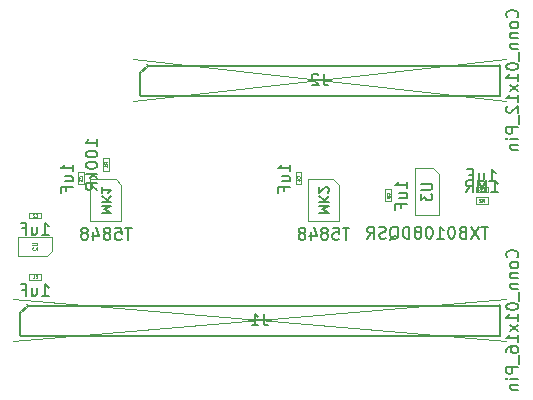
<source format=gbr>
%TF.GenerationSoftware,KiCad,Pcbnew,9.0.1*%
%TF.CreationDate,2025-07-30T00:23:41-04:00*%
%TF.ProjectId,T5848,54353834-382e-46b6-9963-61645f706362,rev?*%
%TF.SameCoordinates,Original*%
%TF.FileFunction,AssemblyDrawing,Bot*%
%FSLAX46Y46*%
G04 Gerber Fmt 4.6, Leading zero omitted, Abs format (unit mm)*
G04 Created by KiCad (PCBNEW 9.0.1) date 2025-07-30 00:23:41*
%MOMM*%
%LPD*%
G01*
G04 APERTURE LIST*
%ADD10C,0.150000*%
%ADD11C,0.040000*%
%ADD12C,0.130000*%
%ADD13C,0.060000*%
%ADD14C,0.100000*%
G04 APERTURE END LIST*
D10*
X164814819Y-104004761D02*
X164814819Y-103433333D01*
X164814819Y-103719047D02*
X163814819Y-103719047D01*
X163814819Y-103719047D02*
X163957676Y-103623809D01*
X163957676Y-103623809D02*
X164052914Y-103528571D01*
X164052914Y-103528571D02*
X164100533Y-103433333D01*
X164148152Y-104861904D02*
X164814819Y-104861904D01*
X164148152Y-104433333D02*
X164671961Y-104433333D01*
X164671961Y-104433333D02*
X164767200Y-104480952D01*
X164767200Y-104480952D02*
X164814819Y-104576190D01*
X164814819Y-104576190D02*
X164814819Y-104719047D01*
X164814819Y-104719047D02*
X164767200Y-104814285D01*
X164767200Y-104814285D02*
X164719580Y-104861904D01*
X164291009Y-105671428D02*
X164291009Y-105338095D01*
X164814819Y-105338095D02*
X163814819Y-105338095D01*
X163814819Y-105338095D02*
X163814819Y-105814285D01*
D11*
X163289765Y-104558333D02*
X163301670Y-104546429D01*
X163301670Y-104546429D02*
X163313574Y-104510714D01*
X163313574Y-104510714D02*
X163313574Y-104486905D01*
X163313574Y-104486905D02*
X163301670Y-104451191D01*
X163301670Y-104451191D02*
X163277860Y-104427381D01*
X163277860Y-104427381D02*
X163254050Y-104415476D01*
X163254050Y-104415476D02*
X163206431Y-104403572D01*
X163206431Y-104403572D02*
X163170717Y-104403572D01*
X163170717Y-104403572D02*
X163123098Y-104415476D01*
X163123098Y-104415476D02*
X163099289Y-104427381D01*
X163099289Y-104427381D02*
X163075479Y-104451191D01*
X163075479Y-104451191D02*
X163063574Y-104486905D01*
X163063574Y-104486905D02*
X163063574Y-104510714D01*
X163063574Y-104510714D02*
X163075479Y-104546429D01*
X163075479Y-104546429D02*
X163087384Y-104558333D01*
X163063574Y-104784524D02*
X163063574Y-104665476D01*
X163063574Y-104665476D02*
X163182622Y-104653572D01*
X163182622Y-104653572D02*
X163170717Y-104665476D01*
X163170717Y-104665476D02*
X163158812Y-104689286D01*
X163158812Y-104689286D02*
X163158812Y-104748810D01*
X163158812Y-104748810D02*
X163170717Y-104772619D01*
X163170717Y-104772619D02*
X163182622Y-104784524D01*
X163182622Y-104784524D02*
X163206431Y-104796429D01*
X163206431Y-104796429D02*
X163265955Y-104796429D01*
X163265955Y-104796429D02*
X163289765Y-104784524D01*
X163289765Y-104784524D02*
X163301670Y-104772619D01*
X163301670Y-104772619D02*
X163313574Y-104748810D01*
X163313574Y-104748810D02*
X163313574Y-104689286D01*
X163313574Y-104689286D02*
X163301670Y-104665476D01*
X163301670Y-104665476D02*
X163289765Y-104653572D01*
D10*
X154894819Y-102564761D02*
X154894819Y-101993333D01*
X154894819Y-102279047D02*
X153894819Y-102279047D01*
X153894819Y-102279047D02*
X154037676Y-102183809D01*
X154037676Y-102183809D02*
X154132914Y-102088571D01*
X154132914Y-102088571D02*
X154180533Y-101993333D01*
X154228152Y-103421904D02*
X154894819Y-103421904D01*
X154228152Y-102993333D02*
X154751961Y-102993333D01*
X154751961Y-102993333D02*
X154847200Y-103040952D01*
X154847200Y-103040952D02*
X154894819Y-103136190D01*
X154894819Y-103136190D02*
X154894819Y-103279047D01*
X154894819Y-103279047D02*
X154847200Y-103374285D01*
X154847200Y-103374285D02*
X154799580Y-103421904D01*
X154371009Y-104231428D02*
X154371009Y-103898095D01*
X154894819Y-103898095D02*
X153894819Y-103898095D01*
X153894819Y-103898095D02*
X153894819Y-104374285D01*
D11*
X155689765Y-103118333D02*
X155701670Y-103106429D01*
X155701670Y-103106429D02*
X155713574Y-103070714D01*
X155713574Y-103070714D02*
X155713574Y-103046905D01*
X155713574Y-103046905D02*
X155701670Y-103011191D01*
X155701670Y-103011191D02*
X155677860Y-102987381D01*
X155677860Y-102987381D02*
X155654050Y-102975476D01*
X155654050Y-102975476D02*
X155606431Y-102963572D01*
X155606431Y-102963572D02*
X155570717Y-102963572D01*
X155570717Y-102963572D02*
X155523098Y-102975476D01*
X155523098Y-102975476D02*
X155499289Y-102987381D01*
X155499289Y-102987381D02*
X155475479Y-103011191D01*
X155475479Y-103011191D02*
X155463574Y-103046905D01*
X155463574Y-103046905D02*
X155463574Y-103070714D01*
X155463574Y-103070714D02*
X155475479Y-103106429D01*
X155475479Y-103106429D02*
X155487384Y-103118333D01*
X155546908Y-103332619D02*
X155713574Y-103332619D01*
X155451670Y-103273095D02*
X155630241Y-103213572D01*
X155630241Y-103213572D02*
X155630241Y-103368333D01*
D10*
X136474819Y-102564761D02*
X136474819Y-101993333D01*
X136474819Y-102279047D02*
X135474819Y-102279047D01*
X135474819Y-102279047D02*
X135617676Y-102183809D01*
X135617676Y-102183809D02*
X135712914Y-102088571D01*
X135712914Y-102088571D02*
X135760533Y-101993333D01*
X135808152Y-103421904D02*
X136474819Y-103421904D01*
X135808152Y-102993333D02*
X136331961Y-102993333D01*
X136331961Y-102993333D02*
X136427200Y-103040952D01*
X136427200Y-103040952D02*
X136474819Y-103136190D01*
X136474819Y-103136190D02*
X136474819Y-103279047D01*
X136474819Y-103279047D02*
X136427200Y-103374285D01*
X136427200Y-103374285D02*
X136379580Y-103421904D01*
X135951009Y-104231428D02*
X135951009Y-103898095D01*
X136474819Y-103898095D02*
X135474819Y-103898095D01*
X135474819Y-103898095D02*
X135474819Y-104374285D01*
D11*
X137269765Y-103118333D02*
X137281670Y-103106429D01*
X137281670Y-103106429D02*
X137293574Y-103070714D01*
X137293574Y-103070714D02*
X137293574Y-103046905D01*
X137293574Y-103046905D02*
X137281670Y-103011191D01*
X137281670Y-103011191D02*
X137257860Y-102987381D01*
X137257860Y-102987381D02*
X137234050Y-102975476D01*
X137234050Y-102975476D02*
X137186431Y-102963572D01*
X137186431Y-102963572D02*
X137150717Y-102963572D01*
X137150717Y-102963572D02*
X137103098Y-102975476D01*
X137103098Y-102975476D02*
X137079289Y-102987381D01*
X137079289Y-102987381D02*
X137055479Y-103011191D01*
X137055479Y-103011191D02*
X137043574Y-103046905D01*
X137043574Y-103046905D02*
X137043574Y-103070714D01*
X137043574Y-103070714D02*
X137055479Y-103106429D01*
X137055479Y-103106429D02*
X137067384Y-103118333D01*
X137043574Y-103201667D02*
X137043574Y-103356429D01*
X137043574Y-103356429D02*
X137138812Y-103273095D01*
X137138812Y-103273095D02*
X137138812Y-103308810D01*
X137138812Y-103308810D02*
X137150717Y-103332619D01*
X137150717Y-103332619D02*
X137162622Y-103344524D01*
X137162622Y-103344524D02*
X137186431Y-103356429D01*
X137186431Y-103356429D02*
X137245955Y-103356429D01*
X137245955Y-103356429D02*
X137269765Y-103344524D01*
X137269765Y-103344524D02*
X137281670Y-103332619D01*
X137281670Y-103332619D02*
X137293574Y-103308810D01*
X137293574Y-103308810D02*
X137293574Y-103237381D01*
X137293574Y-103237381D02*
X137281670Y-103213572D01*
X137281670Y-103213572D02*
X137269765Y-103201667D01*
D10*
X159900475Y-107354819D02*
X159329047Y-107354819D01*
X159614761Y-108354819D02*
X159614761Y-107354819D01*
X158519523Y-107354819D02*
X158995713Y-107354819D01*
X158995713Y-107354819D02*
X159043332Y-107831009D01*
X159043332Y-107831009D02*
X158995713Y-107783390D01*
X158995713Y-107783390D02*
X158900475Y-107735771D01*
X158900475Y-107735771D02*
X158662380Y-107735771D01*
X158662380Y-107735771D02*
X158567142Y-107783390D01*
X158567142Y-107783390D02*
X158519523Y-107831009D01*
X158519523Y-107831009D02*
X158471904Y-107926247D01*
X158471904Y-107926247D02*
X158471904Y-108164342D01*
X158471904Y-108164342D02*
X158519523Y-108259580D01*
X158519523Y-108259580D02*
X158567142Y-108307200D01*
X158567142Y-108307200D02*
X158662380Y-108354819D01*
X158662380Y-108354819D02*
X158900475Y-108354819D01*
X158900475Y-108354819D02*
X158995713Y-108307200D01*
X158995713Y-108307200D02*
X159043332Y-108259580D01*
X157900475Y-107783390D02*
X157995713Y-107735771D01*
X157995713Y-107735771D02*
X158043332Y-107688152D01*
X158043332Y-107688152D02*
X158090951Y-107592914D01*
X158090951Y-107592914D02*
X158090951Y-107545295D01*
X158090951Y-107545295D02*
X158043332Y-107450057D01*
X158043332Y-107450057D02*
X157995713Y-107402438D01*
X157995713Y-107402438D02*
X157900475Y-107354819D01*
X157900475Y-107354819D02*
X157709999Y-107354819D01*
X157709999Y-107354819D02*
X157614761Y-107402438D01*
X157614761Y-107402438D02*
X157567142Y-107450057D01*
X157567142Y-107450057D02*
X157519523Y-107545295D01*
X157519523Y-107545295D02*
X157519523Y-107592914D01*
X157519523Y-107592914D02*
X157567142Y-107688152D01*
X157567142Y-107688152D02*
X157614761Y-107735771D01*
X157614761Y-107735771D02*
X157709999Y-107783390D01*
X157709999Y-107783390D02*
X157900475Y-107783390D01*
X157900475Y-107783390D02*
X157995713Y-107831009D01*
X157995713Y-107831009D02*
X158043332Y-107878628D01*
X158043332Y-107878628D02*
X158090951Y-107973866D01*
X158090951Y-107973866D02*
X158090951Y-108164342D01*
X158090951Y-108164342D02*
X158043332Y-108259580D01*
X158043332Y-108259580D02*
X157995713Y-108307200D01*
X157995713Y-108307200D02*
X157900475Y-108354819D01*
X157900475Y-108354819D02*
X157709999Y-108354819D01*
X157709999Y-108354819D02*
X157614761Y-108307200D01*
X157614761Y-108307200D02*
X157567142Y-108259580D01*
X157567142Y-108259580D02*
X157519523Y-108164342D01*
X157519523Y-108164342D02*
X157519523Y-107973866D01*
X157519523Y-107973866D02*
X157567142Y-107878628D01*
X157567142Y-107878628D02*
X157614761Y-107831009D01*
X157614761Y-107831009D02*
X157709999Y-107783390D01*
X156662380Y-107688152D02*
X156662380Y-108354819D01*
X156900475Y-107307200D02*
X157138570Y-108021485D01*
X157138570Y-108021485D02*
X156519523Y-108021485D01*
X155995713Y-107783390D02*
X156090951Y-107735771D01*
X156090951Y-107735771D02*
X156138570Y-107688152D01*
X156138570Y-107688152D02*
X156186189Y-107592914D01*
X156186189Y-107592914D02*
X156186189Y-107545295D01*
X156186189Y-107545295D02*
X156138570Y-107450057D01*
X156138570Y-107450057D02*
X156090951Y-107402438D01*
X156090951Y-107402438D02*
X155995713Y-107354819D01*
X155995713Y-107354819D02*
X155805237Y-107354819D01*
X155805237Y-107354819D02*
X155709999Y-107402438D01*
X155709999Y-107402438D02*
X155662380Y-107450057D01*
X155662380Y-107450057D02*
X155614761Y-107545295D01*
X155614761Y-107545295D02*
X155614761Y-107592914D01*
X155614761Y-107592914D02*
X155662380Y-107688152D01*
X155662380Y-107688152D02*
X155709999Y-107735771D01*
X155709999Y-107735771D02*
X155805237Y-107783390D01*
X155805237Y-107783390D02*
X155995713Y-107783390D01*
X155995713Y-107783390D02*
X156090951Y-107831009D01*
X156090951Y-107831009D02*
X156138570Y-107878628D01*
X156138570Y-107878628D02*
X156186189Y-107973866D01*
X156186189Y-107973866D02*
X156186189Y-108164342D01*
X156186189Y-108164342D02*
X156138570Y-108259580D01*
X156138570Y-108259580D02*
X156090951Y-108307200D01*
X156090951Y-108307200D02*
X155995713Y-108354819D01*
X155995713Y-108354819D02*
X155805237Y-108354819D01*
X155805237Y-108354819D02*
X155709999Y-108307200D01*
X155709999Y-108307200D02*
X155662380Y-108259580D01*
X155662380Y-108259580D02*
X155614761Y-108164342D01*
X155614761Y-108164342D02*
X155614761Y-107973866D01*
X155614761Y-107973866D02*
X155662380Y-107878628D01*
X155662380Y-107878628D02*
X155709999Y-107831009D01*
X155709999Y-107831009D02*
X155805237Y-107783390D01*
D12*
X157346664Y-106057618D02*
X158146664Y-106057618D01*
X158146664Y-106057618D02*
X157575236Y-105790952D01*
X157575236Y-105790952D02*
X158146664Y-105524285D01*
X158146664Y-105524285D02*
X157346664Y-105524285D01*
X157346664Y-105143332D02*
X158146664Y-105143332D01*
X157346664Y-104686189D02*
X157803807Y-105029047D01*
X158146664Y-104686189D02*
X157689521Y-105143332D01*
X158070474Y-104381428D02*
X158108569Y-104343332D01*
X158108569Y-104343332D02*
X158146664Y-104267142D01*
X158146664Y-104267142D02*
X158146664Y-104076666D01*
X158146664Y-104076666D02*
X158108569Y-104000475D01*
X158108569Y-104000475D02*
X158070474Y-103962380D01*
X158070474Y-103962380D02*
X157994283Y-103924285D01*
X157994283Y-103924285D02*
X157918093Y-103924285D01*
X157918093Y-103924285D02*
X157803807Y-103962380D01*
X157803807Y-103962380D02*
X157346664Y-104419523D01*
X157346664Y-104419523D02*
X157346664Y-103924285D01*
D10*
X171915714Y-104314819D02*
X172487142Y-104314819D01*
X172201428Y-104314819D02*
X172201428Y-103314819D01*
X172201428Y-103314819D02*
X172296666Y-103457676D01*
X172296666Y-103457676D02*
X172391904Y-103552914D01*
X172391904Y-103552914D02*
X172487142Y-103600533D01*
X171487142Y-104314819D02*
X171487142Y-103314819D01*
X171487142Y-103314819D02*
X171153809Y-104029104D01*
X171153809Y-104029104D02*
X170820476Y-103314819D01*
X170820476Y-103314819D02*
X170820476Y-104314819D01*
X169772857Y-104314819D02*
X170106190Y-103838628D01*
X170344285Y-104314819D02*
X170344285Y-103314819D01*
X170344285Y-103314819D02*
X169963333Y-103314819D01*
X169963333Y-103314819D02*
X169868095Y-103362438D01*
X169868095Y-103362438D02*
X169820476Y-103410057D01*
X169820476Y-103410057D02*
X169772857Y-103505295D01*
X169772857Y-103505295D02*
X169772857Y-103648152D01*
X169772857Y-103648152D02*
X169820476Y-103743390D01*
X169820476Y-103743390D02*
X169868095Y-103791009D01*
X169868095Y-103791009D02*
X169963333Y-103838628D01*
X169963333Y-103838628D02*
X170344285Y-103838628D01*
D11*
X171173332Y-105148200D02*
X171259999Y-105024391D01*
X171321904Y-105148200D02*
X171321904Y-104888200D01*
X171321904Y-104888200D02*
X171222856Y-104888200D01*
X171222856Y-104888200D02*
X171198094Y-104900581D01*
X171198094Y-104900581D02*
X171185713Y-104912962D01*
X171185713Y-104912962D02*
X171173332Y-104937724D01*
X171173332Y-104937724D02*
X171173332Y-104974867D01*
X171173332Y-104974867D02*
X171185713Y-104999629D01*
X171185713Y-104999629D02*
X171198094Y-105012010D01*
X171198094Y-105012010D02*
X171222856Y-105024391D01*
X171222856Y-105024391D02*
X171321904Y-105024391D01*
X171074285Y-104912962D02*
X171061904Y-104900581D01*
X171061904Y-104900581D02*
X171037142Y-104888200D01*
X171037142Y-104888200D02*
X170975237Y-104888200D01*
X170975237Y-104888200D02*
X170950475Y-104900581D01*
X170950475Y-104900581D02*
X170938094Y-104912962D01*
X170938094Y-104912962D02*
X170925713Y-104937724D01*
X170925713Y-104937724D02*
X170925713Y-104962486D01*
X170925713Y-104962486D02*
X170938094Y-104999629D01*
X170938094Y-104999629D02*
X171086666Y-105148200D01*
X171086666Y-105148200D02*
X170925713Y-105148200D01*
D10*
X174099579Y-109850475D02*
X174147199Y-109802856D01*
X174147199Y-109802856D02*
X174194818Y-109659999D01*
X174194818Y-109659999D02*
X174194818Y-109564761D01*
X174194818Y-109564761D02*
X174147199Y-109421904D01*
X174147199Y-109421904D02*
X174051960Y-109326666D01*
X174051960Y-109326666D02*
X173956722Y-109279047D01*
X173956722Y-109279047D02*
X173766246Y-109231428D01*
X173766246Y-109231428D02*
X173623389Y-109231428D01*
X173623389Y-109231428D02*
X173432913Y-109279047D01*
X173432913Y-109279047D02*
X173337675Y-109326666D01*
X173337675Y-109326666D02*
X173242437Y-109421904D01*
X173242437Y-109421904D02*
X173194818Y-109564761D01*
X173194818Y-109564761D02*
X173194818Y-109659999D01*
X173194818Y-109659999D02*
X173242437Y-109802856D01*
X173242437Y-109802856D02*
X173290056Y-109850475D01*
X174194818Y-110421904D02*
X174147199Y-110326666D01*
X174147199Y-110326666D02*
X174099579Y-110279047D01*
X174099579Y-110279047D02*
X174004341Y-110231428D01*
X174004341Y-110231428D02*
X173718627Y-110231428D01*
X173718627Y-110231428D02*
X173623389Y-110279047D01*
X173623389Y-110279047D02*
X173575770Y-110326666D01*
X173575770Y-110326666D02*
X173528151Y-110421904D01*
X173528151Y-110421904D02*
X173528151Y-110564761D01*
X173528151Y-110564761D02*
X173575770Y-110659999D01*
X173575770Y-110659999D02*
X173623389Y-110707618D01*
X173623389Y-110707618D02*
X173718627Y-110755237D01*
X173718627Y-110755237D02*
X174004341Y-110755237D01*
X174004341Y-110755237D02*
X174099579Y-110707618D01*
X174099579Y-110707618D02*
X174147199Y-110659999D01*
X174147199Y-110659999D02*
X174194818Y-110564761D01*
X174194818Y-110564761D02*
X174194818Y-110421904D01*
X173528151Y-111183809D02*
X174194818Y-111183809D01*
X173623389Y-111183809D02*
X173575770Y-111231428D01*
X173575770Y-111231428D02*
X173528151Y-111326666D01*
X173528151Y-111326666D02*
X173528151Y-111469523D01*
X173528151Y-111469523D02*
X173575770Y-111564761D01*
X173575770Y-111564761D02*
X173671008Y-111612380D01*
X173671008Y-111612380D02*
X174194818Y-111612380D01*
X173528151Y-112088571D02*
X174194818Y-112088571D01*
X173623389Y-112088571D02*
X173575770Y-112136190D01*
X173575770Y-112136190D02*
X173528151Y-112231428D01*
X173528151Y-112231428D02*
X173528151Y-112374285D01*
X173528151Y-112374285D02*
X173575770Y-112469523D01*
X173575770Y-112469523D02*
X173671008Y-112517142D01*
X173671008Y-112517142D02*
X174194818Y-112517142D01*
X174290056Y-112755238D02*
X174290056Y-113517142D01*
X173194818Y-113945714D02*
X173194818Y-114040952D01*
X173194818Y-114040952D02*
X173242437Y-114136190D01*
X173242437Y-114136190D02*
X173290056Y-114183809D01*
X173290056Y-114183809D02*
X173385294Y-114231428D01*
X173385294Y-114231428D02*
X173575770Y-114279047D01*
X173575770Y-114279047D02*
X173813865Y-114279047D01*
X173813865Y-114279047D02*
X174004341Y-114231428D01*
X174004341Y-114231428D02*
X174099579Y-114183809D01*
X174099579Y-114183809D02*
X174147199Y-114136190D01*
X174147199Y-114136190D02*
X174194818Y-114040952D01*
X174194818Y-114040952D02*
X174194818Y-113945714D01*
X174194818Y-113945714D02*
X174147199Y-113850476D01*
X174147199Y-113850476D02*
X174099579Y-113802857D01*
X174099579Y-113802857D02*
X174004341Y-113755238D01*
X174004341Y-113755238D02*
X173813865Y-113707619D01*
X173813865Y-113707619D02*
X173575770Y-113707619D01*
X173575770Y-113707619D02*
X173385294Y-113755238D01*
X173385294Y-113755238D02*
X173290056Y-113802857D01*
X173290056Y-113802857D02*
X173242437Y-113850476D01*
X173242437Y-113850476D02*
X173194818Y-113945714D01*
X174194818Y-115231428D02*
X174194818Y-114660000D01*
X174194818Y-114945714D02*
X173194818Y-114945714D01*
X173194818Y-114945714D02*
X173337675Y-114850476D01*
X173337675Y-114850476D02*
X173432913Y-114755238D01*
X173432913Y-114755238D02*
X173480532Y-114660000D01*
X174194818Y-115564762D02*
X173528151Y-116088571D01*
X173528151Y-115564762D02*
X174194818Y-116088571D01*
X174194818Y-116993333D02*
X174194818Y-116421905D01*
X174194818Y-116707619D02*
X173194818Y-116707619D01*
X173194818Y-116707619D02*
X173337675Y-116612381D01*
X173337675Y-116612381D02*
X173432913Y-116517143D01*
X173432913Y-116517143D02*
X173480532Y-116421905D01*
X173194818Y-117850476D02*
X173194818Y-117660000D01*
X173194818Y-117660000D02*
X173242437Y-117564762D01*
X173242437Y-117564762D02*
X173290056Y-117517143D01*
X173290056Y-117517143D02*
X173432913Y-117421905D01*
X173432913Y-117421905D02*
X173623389Y-117374286D01*
X173623389Y-117374286D02*
X174004341Y-117374286D01*
X174004341Y-117374286D02*
X174099579Y-117421905D01*
X174099579Y-117421905D02*
X174147199Y-117469524D01*
X174147199Y-117469524D02*
X174194818Y-117564762D01*
X174194818Y-117564762D02*
X174194818Y-117755238D01*
X174194818Y-117755238D02*
X174147199Y-117850476D01*
X174147199Y-117850476D02*
X174099579Y-117898095D01*
X174099579Y-117898095D02*
X174004341Y-117945714D01*
X174004341Y-117945714D02*
X173766246Y-117945714D01*
X173766246Y-117945714D02*
X173671008Y-117898095D01*
X173671008Y-117898095D02*
X173623389Y-117850476D01*
X173623389Y-117850476D02*
X173575770Y-117755238D01*
X173575770Y-117755238D02*
X173575770Y-117564762D01*
X173575770Y-117564762D02*
X173623389Y-117469524D01*
X173623389Y-117469524D02*
X173671008Y-117421905D01*
X173671008Y-117421905D02*
X173766246Y-117374286D01*
X174290056Y-118136191D02*
X174290056Y-118898095D01*
X174194818Y-119136191D02*
X173194818Y-119136191D01*
X173194818Y-119136191D02*
X173194818Y-119517143D01*
X173194818Y-119517143D02*
X173242437Y-119612381D01*
X173242437Y-119612381D02*
X173290056Y-119660000D01*
X173290056Y-119660000D02*
X173385294Y-119707619D01*
X173385294Y-119707619D02*
X173528151Y-119707619D01*
X173528151Y-119707619D02*
X173623389Y-119660000D01*
X173623389Y-119660000D02*
X173671008Y-119612381D01*
X173671008Y-119612381D02*
X173718627Y-119517143D01*
X173718627Y-119517143D02*
X173718627Y-119136191D01*
X174194818Y-120136191D02*
X173528151Y-120136191D01*
X173194818Y-120136191D02*
X173242437Y-120088572D01*
X173242437Y-120088572D02*
X173290056Y-120136191D01*
X173290056Y-120136191D02*
X173242437Y-120183810D01*
X173242437Y-120183810D02*
X173194818Y-120136191D01*
X173194818Y-120136191D02*
X173290056Y-120136191D01*
X173528151Y-120612381D02*
X174194818Y-120612381D01*
X173623389Y-120612381D02*
X173575770Y-120660000D01*
X173575770Y-120660000D02*
X173528151Y-120755238D01*
X173528151Y-120755238D02*
X173528151Y-120898095D01*
X173528151Y-120898095D02*
X173575770Y-120993333D01*
X173575770Y-120993333D02*
X173671008Y-121040952D01*
X173671008Y-121040952D02*
X174194818Y-121040952D01*
X152643333Y-114614819D02*
X152643333Y-115329104D01*
X152643333Y-115329104D02*
X152690952Y-115471961D01*
X152690952Y-115471961D02*
X152786190Y-115567200D01*
X152786190Y-115567200D02*
X152929047Y-115614819D01*
X152929047Y-115614819D02*
X153024285Y-115614819D01*
X151643333Y-115614819D02*
X152214761Y-115614819D01*
X151929047Y-115614819D02*
X151929047Y-114614819D01*
X151929047Y-114614819D02*
X152024285Y-114757676D01*
X152024285Y-114757676D02*
X152119523Y-114852914D01*
X152119523Y-114852914D02*
X152214761Y-114900533D01*
X151424042Y-115115532D02*
X153243576Y-115115532D01*
X133895238Y-107914819D02*
X134466666Y-107914819D01*
X134180952Y-107914819D02*
X134180952Y-106914819D01*
X134180952Y-106914819D02*
X134276190Y-107057676D01*
X134276190Y-107057676D02*
X134371428Y-107152914D01*
X134371428Y-107152914D02*
X134466666Y-107200533D01*
X133038095Y-107248152D02*
X133038095Y-107914819D01*
X133466666Y-107248152D02*
X133466666Y-107771961D01*
X133466666Y-107771961D02*
X133419047Y-107867200D01*
X133419047Y-107867200D02*
X133323809Y-107914819D01*
X133323809Y-107914819D02*
X133180952Y-107914819D01*
X133180952Y-107914819D02*
X133085714Y-107867200D01*
X133085714Y-107867200D02*
X133038095Y-107819580D01*
X132228571Y-107391009D02*
X132561904Y-107391009D01*
X132561904Y-107914819D02*
X132561904Y-106914819D01*
X132561904Y-106914819D02*
X132085714Y-106914819D01*
D11*
X133341666Y-106389765D02*
X133353570Y-106401670D01*
X133353570Y-106401670D02*
X133389285Y-106413574D01*
X133389285Y-106413574D02*
X133413094Y-106413574D01*
X133413094Y-106413574D02*
X133448808Y-106401670D01*
X133448808Y-106401670D02*
X133472618Y-106377860D01*
X133472618Y-106377860D02*
X133484523Y-106354050D01*
X133484523Y-106354050D02*
X133496427Y-106306431D01*
X133496427Y-106306431D02*
X133496427Y-106270717D01*
X133496427Y-106270717D02*
X133484523Y-106223098D01*
X133484523Y-106223098D02*
X133472618Y-106199289D01*
X133472618Y-106199289D02*
X133448808Y-106175479D01*
X133448808Y-106175479D02*
X133413094Y-106163574D01*
X133413094Y-106163574D02*
X133389285Y-106163574D01*
X133389285Y-106163574D02*
X133353570Y-106175479D01*
X133353570Y-106175479D02*
X133341666Y-106187384D01*
X133246427Y-106187384D02*
X133234523Y-106175479D01*
X133234523Y-106175479D02*
X133210713Y-106163574D01*
X133210713Y-106163574D02*
X133151189Y-106163574D01*
X133151189Y-106163574D02*
X133127380Y-106175479D01*
X133127380Y-106175479D02*
X133115475Y-106187384D01*
X133115475Y-106187384D02*
X133103570Y-106211193D01*
X133103570Y-106211193D02*
X133103570Y-106235003D01*
X133103570Y-106235003D02*
X133115475Y-106270717D01*
X133115475Y-106270717D02*
X133258332Y-106413574D01*
X133258332Y-106413574D02*
X133103570Y-106413574D01*
D10*
X138584819Y-100428571D02*
X138584819Y-99857143D01*
X138584819Y-100142857D02*
X137584819Y-100142857D01*
X137584819Y-100142857D02*
X137727676Y-100047619D01*
X137727676Y-100047619D02*
X137822914Y-99952381D01*
X137822914Y-99952381D02*
X137870533Y-99857143D01*
X137584819Y-101047619D02*
X137584819Y-101142857D01*
X137584819Y-101142857D02*
X137632438Y-101238095D01*
X137632438Y-101238095D02*
X137680057Y-101285714D01*
X137680057Y-101285714D02*
X137775295Y-101333333D01*
X137775295Y-101333333D02*
X137965771Y-101380952D01*
X137965771Y-101380952D02*
X138203866Y-101380952D01*
X138203866Y-101380952D02*
X138394342Y-101333333D01*
X138394342Y-101333333D02*
X138489580Y-101285714D01*
X138489580Y-101285714D02*
X138537200Y-101238095D01*
X138537200Y-101238095D02*
X138584819Y-101142857D01*
X138584819Y-101142857D02*
X138584819Y-101047619D01*
X138584819Y-101047619D02*
X138537200Y-100952381D01*
X138537200Y-100952381D02*
X138489580Y-100904762D01*
X138489580Y-100904762D02*
X138394342Y-100857143D01*
X138394342Y-100857143D02*
X138203866Y-100809524D01*
X138203866Y-100809524D02*
X137965771Y-100809524D01*
X137965771Y-100809524D02*
X137775295Y-100857143D01*
X137775295Y-100857143D02*
X137680057Y-100904762D01*
X137680057Y-100904762D02*
X137632438Y-100952381D01*
X137632438Y-100952381D02*
X137584819Y-101047619D01*
X137584819Y-102000000D02*
X137584819Y-102095238D01*
X137584819Y-102095238D02*
X137632438Y-102190476D01*
X137632438Y-102190476D02*
X137680057Y-102238095D01*
X137680057Y-102238095D02*
X137775295Y-102285714D01*
X137775295Y-102285714D02*
X137965771Y-102333333D01*
X137965771Y-102333333D02*
X138203866Y-102333333D01*
X138203866Y-102333333D02*
X138394342Y-102285714D01*
X138394342Y-102285714D02*
X138489580Y-102238095D01*
X138489580Y-102238095D02*
X138537200Y-102190476D01*
X138537200Y-102190476D02*
X138584819Y-102095238D01*
X138584819Y-102095238D02*
X138584819Y-102000000D01*
X138584819Y-102000000D02*
X138537200Y-101904762D01*
X138537200Y-101904762D02*
X138489580Y-101857143D01*
X138489580Y-101857143D02*
X138394342Y-101809524D01*
X138394342Y-101809524D02*
X138203866Y-101761905D01*
X138203866Y-101761905D02*
X137965771Y-101761905D01*
X137965771Y-101761905D02*
X137775295Y-101809524D01*
X137775295Y-101809524D02*
X137680057Y-101857143D01*
X137680057Y-101857143D02*
X137632438Y-101904762D01*
X137632438Y-101904762D02*
X137584819Y-102000000D01*
X138584819Y-102761905D02*
X137584819Y-102761905D01*
X138203866Y-102857143D02*
X138584819Y-103142857D01*
X137918152Y-103142857D02*
X138299104Y-102761905D01*
X138584819Y-104142857D02*
X138108628Y-103809524D01*
X138584819Y-103571429D02*
X137584819Y-103571429D01*
X137584819Y-103571429D02*
X137584819Y-103952381D01*
X137584819Y-103952381D02*
X137632438Y-104047619D01*
X137632438Y-104047619D02*
X137680057Y-104095238D01*
X137680057Y-104095238D02*
X137775295Y-104142857D01*
X137775295Y-104142857D02*
X137918152Y-104142857D01*
X137918152Y-104142857D02*
X138013390Y-104095238D01*
X138013390Y-104095238D02*
X138061009Y-104047619D01*
X138061009Y-104047619D02*
X138108628Y-103952381D01*
X138108628Y-103952381D02*
X138108628Y-103571429D01*
D11*
X139418200Y-101956667D02*
X139294391Y-101870000D01*
X139418200Y-101808095D02*
X139158200Y-101808095D01*
X139158200Y-101808095D02*
X139158200Y-101907143D01*
X139158200Y-101907143D02*
X139170581Y-101931905D01*
X139170581Y-101931905D02*
X139182962Y-101944286D01*
X139182962Y-101944286D02*
X139207724Y-101956667D01*
X139207724Y-101956667D02*
X139244867Y-101956667D01*
X139244867Y-101956667D02*
X139269629Y-101944286D01*
X139269629Y-101944286D02*
X139282010Y-101931905D01*
X139282010Y-101931905D02*
X139294391Y-101907143D01*
X139294391Y-101907143D02*
X139294391Y-101808095D01*
X139418200Y-102204286D02*
X139418200Y-102055714D01*
X139418200Y-102130000D02*
X139158200Y-102130000D01*
X139158200Y-102130000D02*
X139195343Y-102105238D01*
X139195343Y-102105238D02*
X139220105Y-102080476D01*
X139220105Y-102080476D02*
X139232486Y-102055714D01*
D13*
X133081927Y-108595238D02*
X133405737Y-108595238D01*
X133405737Y-108595238D02*
X133443832Y-108614285D01*
X133443832Y-108614285D02*
X133462880Y-108633333D01*
X133462880Y-108633333D02*
X133481927Y-108671428D01*
X133481927Y-108671428D02*
X133481927Y-108747619D01*
X133481927Y-108747619D02*
X133462880Y-108785714D01*
X133462880Y-108785714D02*
X133443832Y-108804761D01*
X133443832Y-108804761D02*
X133405737Y-108823809D01*
X133405737Y-108823809D02*
X133081927Y-108823809D01*
X133120022Y-108995238D02*
X133100975Y-109014286D01*
X133100975Y-109014286D02*
X133081927Y-109052381D01*
X133081927Y-109052381D02*
X133081927Y-109147619D01*
X133081927Y-109147619D02*
X133100975Y-109185714D01*
X133100975Y-109185714D02*
X133120022Y-109204762D01*
X133120022Y-109204762D02*
X133158118Y-109223809D01*
X133158118Y-109223809D02*
X133196213Y-109223809D01*
X133196213Y-109223809D02*
X133253356Y-109204762D01*
X133253356Y-109204762D02*
X133481927Y-108976190D01*
X133481927Y-108976190D02*
X133481927Y-109223809D01*
D10*
X133895238Y-113114819D02*
X134466666Y-113114819D01*
X134180952Y-113114819D02*
X134180952Y-112114819D01*
X134180952Y-112114819D02*
X134276190Y-112257676D01*
X134276190Y-112257676D02*
X134371428Y-112352914D01*
X134371428Y-112352914D02*
X134466666Y-112400533D01*
X133038095Y-112448152D02*
X133038095Y-113114819D01*
X133466666Y-112448152D02*
X133466666Y-112971961D01*
X133466666Y-112971961D02*
X133419047Y-113067200D01*
X133419047Y-113067200D02*
X133323809Y-113114819D01*
X133323809Y-113114819D02*
X133180952Y-113114819D01*
X133180952Y-113114819D02*
X133085714Y-113067200D01*
X133085714Y-113067200D02*
X133038095Y-113019580D01*
X132228571Y-112591009D02*
X132561904Y-112591009D01*
X132561904Y-113114819D02*
X132561904Y-112114819D01*
X132561904Y-112114819D02*
X132085714Y-112114819D01*
D11*
X133341666Y-111589765D02*
X133353570Y-111601670D01*
X133353570Y-111601670D02*
X133389285Y-111613574D01*
X133389285Y-111613574D02*
X133413094Y-111613574D01*
X133413094Y-111613574D02*
X133448808Y-111601670D01*
X133448808Y-111601670D02*
X133472618Y-111577860D01*
X133472618Y-111577860D02*
X133484523Y-111554050D01*
X133484523Y-111554050D02*
X133496427Y-111506431D01*
X133496427Y-111506431D02*
X133496427Y-111470717D01*
X133496427Y-111470717D02*
X133484523Y-111423098D01*
X133484523Y-111423098D02*
X133472618Y-111399289D01*
X133472618Y-111399289D02*
X133448808Y-111375479D01*
X133448808Y-111375479D02*
X133413094Y-111363574D01*
X133413094Y-111363574D02*
X133389285Y-111363574D01*
X133389285Y-111363574D02*
X133353570Y-111375479D01*
X133353570Y-111375479D02*
X133341666Y-111387384D01*
X133103570Y-111613574D02*
X133246427Y-111613574D01*
X133174999Y-111613574D02*
X133174999Y-111363574D01*
X133174999Y-111363574D02*
X133198808Y-111399289D01*
X133198808Y-111399289D02*
X133222618Y-111423098D01*
X133222618Y-111423098D02*
X133246427Y-111435003D01*
D10*
X171666666Y-107254819D02*
X171095238Y-107254819D01*
X171380952Y-108254819D02*
X171380952Y-107254819D01*
X170857142Y-107254819D02*
X170190476Y-108254819D01*
X170190476Y-107254819D02*
X170857142Y-108254819D01*
X169476190Y-107731009D02*
X169333333Y-107778628D01*
X169333333Y-107778628D02*
X169285714Y-107826247D01*
X169285714Y-107826247D02*
X169238095Y-107921485D01*
X169238095Y-107921485D02*
X169238095Y-108064342D01*
X169238095Y-108064342D02*
X169285714Y-108159580D01*
X169285714Y-108159580D02*
X169333333Y-108207200D01*
X169333333Y-108207200D02*
X169428571Y-108254819D01*
X169428571Y-108254819D02*
X169809523Y-108254819D01*
X169809523Y-108254819D02*
X169809523Y-107254819D01*
X169809523Y-107254819D02*
X169476190Y-107254819D01*
X169476190Y-107254819D02*
X169380952Y-107302438D01*
X169380952Y-107302438D02*
X169333333Y-107350057D01*
X169333333Y-107350057D02*
X169285714Y-107445295D01*
X169285714Y-107445295D02*
X169285714Y-107540533D01*
X169285714Y-107540533D02*
X169333333Y-107635771D01*
X169333333Y-107635771D02*
X169380952Y-107683390D01*
X169380952Y-107683390D02*
X169476190Y-107731009D01*
X169476190Y-107731009D02*
X169809523Y-107731009D01*
X168619047Y-107254819D02*
X168523809Y-107254819D01*
X168523809Y-107254819D02*
X168428571Y-107302438D01*
X168428571Y-107302438D02*
X168380952Y-107350057D01*
X168380952Y-107350057D02*
X168333333Y-107445295D01*
X168333333Y-107445295D02*
X168285714Y-107635771D01*
X168285714Y-107635771D02*
X168285714Y-107873866D01*
X168285714Y-107873866D02*
X168333333Y-108064342D01*
X168333333Y-108064342D02*
X168380952Y-108159580D01*
X168380952Y-108159580D02*
X168428571Y-108207200D01*
X168428571Y-108207200D02*
X168523809Y-108254819D01*
X168523809Y-108254819D02*
X168619047Y-108254819D01*
X168619047Y-108254819D02*
X168714285Y-108207200D01*
X168714285Y-108207200D02*
X168761904Y-108159580D01*
X168761904Y-108159580D02*
X168809523Y-108064342D01*
X168809523Y-108064342D02*
X168857142Y-107873866D01*
X168857142Y-107873866D02*
X168857142Y-107635771D01*
X168857142Y-107635771D02*
X168809523Y-107445295D01*
X168809523Y-107445295D02*
X168761904Y-107350057D01*
X168761904Y-107350057D02*
X168714285Y-107302438D01*
X168714285Y-107302438D02*
X168619047Y-107254819D01*
X167333333Y-108254819D02*
X167904761Y-108254819D01*
X167619047Y-108254819D02*
X167619047Y-107254819D01*
X167619047Y-107254819D02*
X167714285Y-107397676D01*
X167714285Y-107397676D02*
X167809523Y-107492914D01*
X167809523Y-107492914D02*
X167904761Y-107540533D01*
X166714285Y-107254819D02*
X166619047Y-107254819D01*
X166619047Y-107254819D02*
X166523809Y-107302438D01*
X166523809Y-107302438D02*
X166476190Y-107350057D01*
X166476190Y-107350057D02*
X166428571Y-107445295D01*
X166428571Y-107445295D02*
X166380952Y-107635771D01*
X166380952Y-107635771D02*
X166380952Y-107873866D01*
X166380952Y-107873866D02*
X166428571Y-108064342D01*
X166428571Y-108064342D02*
X166476190Y-108159580D01*
X166476190Y-108159580D02*
X166523809Y-108207200D01*
X166523809Y-108207200D02*
X166619047Y-108254819D01*
X166619047Y-108254819D02*
X166714285Y-108254819D01*
X166714285Y-108254819D02*
X166809523Y-108207200D01*
X166809523Y-108207200D02*
X166857142Y-108159580D01*
X166857142Y-108159580D02*
X166904761Y-108064342D01*
X166904761Y-108064342D02*
X166952380Y-107873866D01*
X166952380Y-107873866D02*
X166952380Y-107635771D01*
X166952380Y-107635771D02*
X166904761Y-107445295D01*
X166904761Y-107445295D02*
X166857142Y-107350057D01*
X166857142Y-107350057D02*
X166809523Y-107302438D01*
X166809523Y-107302438D02*
X166714285Y-107254819D01*
X165809523Y-107683390D02*
X165904761Y-107635771D01*
X165904761Y-107635771D02*
X165952380Y-107588152D01*
X165952380Y-107588152D02*
X165999999Y-107492914D01*
X165999999Y-107492914D02*
X165999999Y-107445295D01*
X165999999Y-107445295D02*
X165952380Y-107350057D01*
X165952380Y-107350057D02*
X165904761Y-107302438D01*
X165904761Y-107302438D02*
X165809523Y-107254819D01*
X165809523Y-107254819D02*
X165619047Y-107254819D01*
X165619047Y-107254819D02*
X165523809Y-107302438D01*
X165523809Y-107302438D02*
X165476190Y-107350057D01*
X165476190Y-107350057D02*
X165428571Y-107445295D01*
X165428571Y-107445295D02*
X165428571Y-107492914D01*
X165428571Y-107492914D02*
X165476190Y-107588152D01*
X165476190Y-107588152D02*
X165523809Y-107635771D01*
X165523809Y-107635771D02*
X165619047Y-107683390D01*
X165619047Y-107683390D02*
X165809523Y-107683390D01*
X165809523Y-107683390D02*
X165904761Y-107731009D01*
X165904761Y-107731009D02*
X165952380Y-107778628D01*
X165952380Y-107778628D02*
X165999999Y-107873866D01*
X165999999Y-107873866D02*
X165999999Y-108064342D01*
X165999999Y-108064342D02*
X165952380Y-108159580D01*
X165952380Y-108159580D02*
X165904761Y-108207200D01*
X165904761Y-108207200D02*
X165809523Y-108254819D01*
X165809523Y-108254819D02*
X165619047Y-108254819D01*
X165619047Y-108254819D02*
X165523809Y-108207200D01*
X165523809Y-108207200D02*
X165476190Y-108159580D01*
X165476190Y-108159580D02*
X165428571Y-108064342D01*
X165428571Y-108064342D02*
X165428571Y-107873866D01*
X165428571Y-107873866D02*
X165476190Y-107778628D01*
X165476190Y-107778628D02*
X165523809Y-107731009D01*
X165523809Y-107731009D02*
X165619047Y-107683390D01*
X164999999Y-108254819D02*
X164999999Y-107254819D01*
X164999999Y-107254819D02*
X164761904Y-107254819D01*
X164761904Y-107254819D02*
X164619047Y-107302438D01*
X164619047Y-107302438D02*
X164523809Y-107397676D01*
X164523809Y-107397676D02*
X164476190Y-107492914D01*
X164476190Y-107492914D02*
X164428571Y-107683390D01*
X164428571Y-107683390D02*
X164428571Y-107826247D01*
X164428571Y-107826247D02*
X164476190Y-108016723D01*
X164476190Y-108016723D02*
X164523809Y-108111961D01*
X164523809Y-108111961D02*
X164619047Y-108207200D01*
X164619047Y-108207200D02*
X164761904Y-108254819D01*
X164761904Y-108254819D02*
X164999999Y-108254819D01*
X163333333Y-108350057D02*
X163428571Y-108302438D01*
X163428571Y-108302438D02*
X163523809Y-108207200D01*
X163523809Y-108207200D02*
X163666666Y-108064342D01*
X163666666Y-108064342D02*
X163761904Y-108016723D01*
X163761904Y-108016723D02*
X163857142Y-108016723D01*
X163809523Y-108254819D02*
X163904761Y-108207200D01*
X163904761Y-108207200D02*
X163999999Y-108111961D01*
X163999999Y-108111961D02*
X164047618Y-107921485D01*
X164047618Y-107921485D02*
X164047618Y-107588152D01*
X164047618Y-107588152D02*
X163999999Y-107397676D01*
X163999999Y-107397676D02*
X163904761Y-107302438D01*
X163904761Y-107302438D02*
X163809523Y-107254819D01*
X163809523Y-107254819D02*
X163619047Y-107254819D01*
X163619047Y-107254819D02*
X163523809Y-107302438D01*
X163523809Y-107302438D02*
X163428571Y-107397676D01*
X163428571Y-107397676D02*
X163380952Y-107588152D01*
X163380952Y-107588152D02*
X163380952Y-107921485D01*
X163380952Y-107921485D02*
X163428571Y-108111961D01*
X163428571Y-108111961D02*
X163523809Y-108207200D01*
X163523809Y-108207200D02*
X163619047Y-108254819D01*
X163619047Y-108254819D02*
X163809523Y-108254819D01*
X162999999Y-108207200D02*
X162857142Y-108254819D01*
X162857142Y-108254819D02*
X162619047Y-108254819D01*
X162619047Y-108254819D02*
X162523809Y-108207200D01*
X162523809Y-108207200D02*
X162476190Y-108159580D01*
X162476190Y-108159580D02*
X162428571Y-108064342D01*
X162428571Y-108064342D02*
X162428571Y-107969104D01*
X162428571Y-107969104D02*
X162476190Y-107873866D01*
X162476190Y-107873866D02*
X162523809Y-107826247D01*
X162523809Y-107826247D02*
X162619047Y-107778628D01*
X162619047Y-107778628D02*
X162809523Y-107731009D01*
X162809523Y-107731009D02*
X162904761Y-107683390D01*
X162904761Y-107683390D02*
X162952380Y-107635771D01*
X162952380Y-107635771D02*
X162999999Y-107540533D01*
X162999999Y-107540533D02*
X162999999Y-107445295D01*
X162999999Y-107445295D02*
X162952380Y-107350057D01*
X162952380Y-107350057D02*
X162904761Y-107302438D01*
X162904761Y-107302438D02*
X162809523Y-107254819D01*
X162809523Y-107254819D02*
X162571428Y-107254819D01*
X162571428Y-107254819D02*
X162428571Y-107302438D01*
X161428571Y-108254819D02*
X161761904Y-107778628D01*
X161999999Y-108254819D02*
X161999999Y-107254819D01*
X161999999Y-107254819D02*
X161619047Y-107254819D01*
X161619047Y-107254819D02*
X161523809Y-107302438D01*
X161523809Y-107302438D02*
X161476190Y-107350057D01*
X161476190Y-107350057D02*
X161428571Y-107445295D01*
X161428571Y-107445295D02*
X161428571Y-107588152D01*
X161428571Y-107588152D02*
X161476190Y-107683390D01*
X161476190Y-107683390D02*
X161523809Y-107731009D01*
X161523809Y-107731009D02*
X161619047Y-107778628D01*
X161619047Y-107778628D02*
X161999999Y-107778628D01*
X166008557Y-103614285D02*
X166737128Y-103614285D01*
X166737128Y-103614285D02*
X166822842Y-103657142D01*
X166822842Y-103657142D02*
X166865700Y-103700000D01*
X166865700Y-103700000D02*
X166908557Y-103785714D01*
X166908557Y-103785714D02*
X166908557Y-103957142D01*
X166908557Y-103957142D02*
X166865700Y-104042857D01*
X166865700Y-104042857D02*
X166822842Y-104085714D01*
X166822842Y-104085714D02*
X166737128Y-104128571D01*
X166737128Y-104128571D02*
X166008557Y-104128571D01*
X166008557Y-104471428D02*
X166008557Y-105028571D01*
X166008557Y-105028571D02*
X166351414Y-104728571D01*
X166351414Y-104728571D02*
X166351414Y-104857142D01*
X166351414Y-104857142D02*
X166394271Y-104942857D01*
X166394271Y-104942857D02*
X166437128Y-104985714D01*
X166437128Y-104985714D02*
X166522842Y-105028571D01*
X166522842Y-105028571D02*
X166737128Y-105028571D01*
X166737128Y-105028571D02*
X166822842Y-104985714D01*
X166822842Y-104985714D02*
X166865700Y-104942857D01*
X166865700Y-104942857D02*
X166908557Y-104857142D01*
X166908557Y-104857142D02*
X166908557Y-104599999D01*
X166908557Y-104599999D02*
X166865700Y-104514285D01*
X166865700Y-104514285D02*
X166822842Y-104471428D01*
X141480475Y-107354819D02*
X140909047Y-107354819D01*
X141194761Y-108354819D02*
X141194761Y-107354819D01*
X140099523Y-107354819D02*
X140575713Y-107354819D01*
X140575713Y-107354819D02*
X140623332Y-107831009D01*
X140623332Y-107831009D02*
X140575713Y-107783390D01*
X140575713Y-107783390D02*
X140480475Y-107735771D01*
X140480475Y-107735771D02*
X140242380Y-107735771D01*
X140242380Y-107735771D02*
X140147142Y-107783390D01*
X140147142Y-107783390D02*
X140099523Y-107831009D01*
X140099523Y-107831009D02*
X140051904Y-107926247D01*
X140051904Y-107926247D02*
X140051904Y-108164342D01*
X140051904Y-108164342D02*
X140099523Y-108259580D01*
X140099523Y-108259580D02*
X140147142Y-108307200D01*
X140147142Y-108307200D02*
X140242380Y-108354819D01*
X140242380Y-108354819D02*
X140480475Y-108354819D01*
X140480475Y-108354819D02*
X140575713Y-108307200D01*
X140575713Y-108307200D02*
X140623332Y-108259580D01*
X139480475Y-107783390D02*
X139575713Y-107735771D01*
X139575713Y-107735771D02*
X139623332Y-107688152D01*
X139623332Y-107688152D02*
X139670951Y-107592914D01*
X139670951Y-107592914D02*
X139670951Y-107545295D01*
X139670951Y-107545295D02*
X139623332Y-107450057D01*
X139623332Y-107450057D02*
X139575713Y-107402438D01*
X139575713Y-107402438D02*
X139480475Y-107354819D01*
X139480475Y-107354819D02*
X139289999Y-107354819D01*
X139289999Y-107354819D02*
X139194761Y-107402438D01*
X139194761Y-107402438D02*
X139147142Y-107450057D01*
X139147142Y-107450057D02*
X139099523Y-107545295D01*
X139099523Y-107545295D02*
X139099523Y-107592914D01*
X139099523Y-107592914D02*
X139147142Y-107688152D01*
X139147142Y-107688152D02*
X139194761Y-107735771D01*
X139194761Y-107735771D02*
X139289999Y-107783390D01*
X139289999Y-107783390D02*
X139480475Y-107783390D01*
X139480475Y-107783390D02*
X139575713Y-107831009D01*
X139575713Y-107831009D02*
X139623332Y-107878628D01*
X139623332Y-107878628D02*
X139670951Y-107973866D01*
X139670951Y-107973866D02*
X139670951Y-108164342D01*
X139670951Y-108164342D02*
X139623332Y-108259580D01*
X139623332Y-108259580D02*
X139575713Y-108307200D01*
X139575713Y-108307200D02*
X139480475Y-108354819D01*
X139480475Y-108354819D02*
X139289999Y-108354819D01*
X139289999Y-108354819D02*
X139194761Y-108307200D01*
X139194761Y-108307200D02*
X139147142Y-108259580D01*
X139147142Y-108259580D02*
X139099523Y-108164342D01*
X139099523Y-108164342D02*
X139099523Y-107973866D01*
X139099523Y-107973866D02*
X139147142Y-107878628D01*
X139147142Y-107878628D02*
X139194761Y-107831009D01*
X139194761Y-107831009D02*
X139289999Y-107783390D01*
X138242380Y-107688152D02*
X138242380Y-108354819D01*
X138480475Y-107307200D02*
X138718570Y-108021485D01*
X138718570Y-108021485D02*
X138099523Y-108021485D01*
X137575713Y-107783390D02*
X137670951Y-107735771D01*
X137670951Y-107735771D02*
X137718570Y-107688152D01*
X137718570Y-107688152D02*
X137766189Y-107592914D01*
X137766189Y-107592914D02*
X137766189Y-107545295D01*
X137766189Y-107545295D02*
X137718570Y-107450057D01*
X137718570Y-107450057D02*
X137670951Y-107402438D01*
X137670951Y-107402438D02*
X137575713Y-107354819D01*
X137575713Y-107354819D02*
X137385237Y-107354819D01*
X137385237Y-107354819D02*
X137289999Y-107402438D01*
X137289999Y-107402438D02*
X137242380Y-107450057D01*
X137242380Y-107450057D02*
X137194761Y-107545295D01*
X137194761Y-107545295D02*
X137194761Y-107592914D01*
X137194761Y-107592914D02*
X137242380Y-107688152D01*
X137242380Y-107688152D02*
X137289999Y-107735771D01*
X137289999Y-107735771D02*
X137385237Y-107783390D01*
X137385237Y-107783390D02*
X137575713Y-107783390D01*
X137575713Y-107783390D02*
X137670951Y-107831009D01*
X137670951Y-107831009D02*
X137718570Y-107878628D01*
X137718570Y-107878628D02*
X137766189Y-107973866D01*
X137766189Y-107973866D02*
X137766189Y-108164342D01*
X137766189Y-108164342D02*
X137718570Y-108259580D01*
X137718570Y-108259580D02*
X137670951Y-108307200D01*
X137670951Y-108307200D02*
X137575713Y-108354819D01*
X137575713Y-108354819D02*
X137385237Y-108354819D01*
X137385237Y-108354819D02*
X137289999Y-108307200D01*
X137289999Y-108307200D02*
X137242380Y-108259580D01*
X137242380Y-108259580D02*
X137194761Y-108164342D01*
X137194761Y-108164342D02*
X137194761Y-107973866D01*
X137194761Y-107973866D02*
X137242380Y-107878628D01*
X137242380Y-107878628D02*
X137289999Y-107831009D01*
X137289999Y-107831009D02*
X137385237Y-107783390D01*
D12*
X138926664Y-106057618D02*
X139726664Y-106057618D01*
X139726664Y-106057618D02*
X139155236Y-105790952D01*
X139155236Y-105790952D02*
X139726664Y-105524285D01*
X139726664Y-105524285D02*
X138926664Y-105524285D01*
X138926664Y-105143332D02*
X139726664Y-105143332D01*
X138926664Y-104686189D02*
X139383807Y-105029047D01*
X139726664Y-104686189D02*
X139269521Y-105143332D01*
X138926664Y-103924285D02*
X138926664Y-104381428D01*
X138926664Y-104152856D02*
X139726664Y-104152856D01*
X139726664Y-104152856D02*
X139612379Y-104229047D01*
X139612379Y-104229047D02*
X139536188Y-104305237D01*
X139536188Y-104305237D02*
X139498093Y-104381428D01*
D10*
X174099580Y-89530474D02*
X174147200Y-89482855D01*
X174147200Y-89482855D02*
X174194819Y-89339998D01*
X174194819Y-89339998D02*
X174194819Y-89244760D01*
X174194819Y-89244760D02*
X174147200Y-89101903D01*
X174147200Y-89101903D02*
X174051961Y-89006665D01*
X174051961Y-89006665D02*
X173956723Y-88959046D01*
X173956723Y-88959046D02*
X173766247Y-88911427D01*
X173766247Y-88911427D02*
X173623390Y-88911427D01*
X173623390Y-88911427D02*
X173432914Y-88959046D01*
X173432914Y-88959046D02*
X173337676Y-89006665D01*
X173337676Y-89006665D02*
X173242438Y-89101903D01*
X173242438Y-89101903D02*
X173194819Y-89244760D01*
X173194819Y-89244760D02*
X173194819Y-89339998D01*
X173194819Y-89339998D02*
X173242438Y-89482855D01*
X173242438Y-89482855D02*
X173290057Y-89530474D01*
X174194819Y-90101903D02*
X174147200Y-90006665D01*
X174147200Y-90006665D02*
X174099580Y-89959046D01*
X174099580Y-89959046D02*
X174004342Y-89911427D01*
X174004342Y-89911427D02*
X173718628Y-89911427D01*
X173718628Y-89911427D02*
X173623390Y-89959046D01*
X173623390Y-89959046D02*
X173575771Y-90006665D01*
X173575771Y-90006665D02*
X173528152Y-90101903D01*
X173528152Y-90101903D02*
X173528152Y-90244760D01*
X173528152Y-90244760D02*
X173575771Y-90339998D01*
X173575771Y-90339998D02*
X173623390Y-90387617D01*
X173623390Y-90387617D02*
X173718628Y-90435236D01*
X173718628Y-90435236D02*
X174004342Y-90435236D01*
X174004342Y-90435236D02*
X174099580Y-90387617D01*
X174099580Y-90387617D02*
X174147200Y-90339998D01*
X174147200Y-90339998D02*
X174194819Y-90244760D01*
X174194819Y-90244760D02*
X174194819Y-90101903D01*
X173528152Y-90863808D02*
X174194819Y-90863808D01*
X173623390Y-90863808D02*
X173575771Y-90911427D01*
X173575771Y-90911427D02*
X173528152Y-91006665D01*
X173528152Y-91006665D02*
X173528152Y-91149522D01*
X173528152Y-91149522D02*
X173575771Y-91244760D01*
X173575771Y-91244760D02*
X173671009Y-91292379D01*
X173671009Y-91292379D02*
X174194819Y-91292379D01*
X173528152Y-91768570D02*
X174194819Y-91768570D01*
X173623390Y-91768570D02*
X173575771Y-91816189D01*
X173575771Y-91816189D02*
X173528152Y-91911427D01*
X173528152Y-91911427D02*
X173528152Y-92054284D01*
X173528152Y-92054284D02*
X173575771Y-92149522D01*
X173575771Y-92149522D02*
X173671009Y-92197141D01*
X173671009Y-92197141D02*
X174194819Y-92197141D01*
X174290057Y-92435237D02*
X174290057Y-93197141D01*
X173194819Y-93625713D02*
X173194819Y-93720951D01*
X173194819Y-93720951D02*
X173242438Y-93816189D01*
X173242438Y-93816189D02*
X173290057Y-93863808D01*
X173290057Y-93863808D02*
X173385295Y-93911427D01*
X173385295Y-93911427D02*
X173575771Y-93959046D01*
X173575771Y-93959046D02*
X173813866Y-93959046D01*
X173813866Y-93959046D02*
X174004342Y-93911427D01*
X174004342Y-93911427D02*
X174099580Y-93863808D01*
X174099580Y-93863808D02*
X174147200Y-93816189D01*
X174147200Y-93816189D02*
X174194819Y-93720951D01*
X174194819Y-93720951D02*
X174194819Y-93625713D01*
X174194819Y-93625713D02*
X174147200Y-93530475D01*
X174147200Y-93530475D02*
X174099580Y-93482856D01*
X174099580Y-93482856D02*
X174004342Y-93435237D01*
X174004342Y-93435237D02*
X173813866Y-93387618D01*
X173813866Y-93387618D02*
X173575771Y-93387618D01*
X173575771Y-93387618D02*
X173385295Y-93435237D01*
X173385295Y-93435237D02*
X173290057Y-93482856D01*
X173290057Y-93482856D02*
X173242438Y-93530475D01*
X173242438Y-93530475D02*
X173194819Y-93625713D01*
X174194819Y-94911427D02*
X174194819Y-94339999D01*
X174194819Y-94625713D02*
X173194819Y-94625713D01*
X173194819Y-94625713D02*
X173337676Y-94530475D01*
X173337676Y-94530475D02*
X173432914Y-94435237D01*
X173432914Y-94435237D02*
X173480533Y-94339999D01*
X174194819Y-95244761D02*
X173528152Y-95768570D01*
X173528152Y-95244761D02*
X174194819Y-95768570D01*
X174194819Y-96673332D02*
X174194819Y-96101904D01*
X174194819Y-96387618D02*
X173194819Y-96387618D01*
X173194819Y-96387618D02*
X173337676Y-96292380D01*
X173337676Y-96292380D02*
X173432914Y-96197142D01*
X173432914Y-96197142D02*
X173480533Y-96101904D01*
X173290057Y-97054285D02*
X173242438Y-97101904D01*
X173242438Y-97101904D02*
X173194819Y-97197142D01*
X173194819Y-97197142D02*
X173194819Y-97435237D01*
X173194819Y-97435237D02*
X173242438Y-97530475D01*
X173242438Y-97530475D02*
X173290057Y-97578094D01*
X173290057Y-97578094D02*
X173385295Y-97625713D01*
X173385295Y-97625713D02*
X173480533Y-97625713D01*
X173480533Y-97625713D02*
X173623390Y-97578094D01*
X173623390Y-97578094D02*
X174194819Y-97006666D01*
X174194819Y-97006666D02*
X174194819Y-97625713D01*
X174290057Y-97816190D02*
X174290057Y-98578094D01*
X174194819Y-98816190D02*
X173194819Y-98816190D01*
X173194819Y-98816190D02*
X173194819Y-99197142D01*
X173194819Y-99197142D02*
X173242438Y-99292380D01*
X173242438Y-99292380D02*
X173290057Y-99339999D01*
X173290057Y-99339999D02*
X173385295Y-99387618D01*
X173385295Y-99387618D02*
X173528152Y-99387618D01*
X173528152Y-99387618D02*
X173623390Y-99339999D01*
X173623390Y-99339999D02*
X173671009Y-99292380D01*
X173671009Y-99292380D02*
X173718628Y-99197142D01*
X173718628Y-99197142D02*
X173718628Y-98816190D01*
X174194819Y-99816190D02*
X173528152Y-99816190D01*
X173194819Y-99816190D02*
X173242438Y-99768571D01*
X173242438Y-99768571D02*
X173290057Y-99816190D01*
X173290057Y-99816190D02*
X173242438Y-99863809D01*
X173242438Y-99863809D02*
X173194819Y-99816190D01*
X173194819Y-99816190D02*
X173290057Y-99816190D01*
X173528152Y-100292380D02*
X174194819Y-100292380D01*
X173623390Y-100292380D02*
X173575771Y-100339999D01*
X173575771Y-100339999D02*
X173528152Y-100435237D01*
X173528152Y-100435237D02*
X173528152Y-100578094D01*
X173528152Y-100578094D02*
X173575771Y-100673332D01*
X173575771Y-100673332D02*
X173671009Y-100720951D01*
X173671009Y-100720951D02*
X174194819Y-100720951D01*
X157723333Y-94294819D02*
X157723333Y-95009104D01*
X157723333Y-95009104D02*
X157770952Y-95151961D01*
X157770952Y-95151961D02*
X157866190Y-95247200D01*
X157866190Y-95247200D02*
X158009047Y-95294819D01*
X158009047Y-95294819D02*
X158104285Y-95294819D01*
X157294761Y-94390057D02*
X157247142Y-94342438D01*
X157247142Y-94342438D02*
X157151904Y-94294819D01*
X157151904Y-94294819D02*
X156913809Y-94294819D01*
X156913809Y-94294819D02*
X156818571Y-94342438D01*
X156818571Y-94342438D02*
X156770952Y-94390057D01*
X156770952Y-94390057D02*
X156723333Y-94485295D01*
X156723333Y-94485295D02*
X156723333Y-94580533D01*
X156723333Y-94580533D02*
X156770952Y-94723390D01*
X156770952Y-94723390D02*
X157342380Y-95294819D01*
X157342380Y-95294819D02*
X156723333Y-95294819D01*
X156498333Y-94794819D02*
X158323576Y-94794819D01*
X171715238Y-103394819D02*
X172286666Y-103394819D01*
X172000952Y-103394819D02*
X172000952Y-102394819D01*
X172000952Y-102394819D02*
X172096190Y-102537676D01*
X172096190Y-102537676D02*
X172191428Y-102632914D01*
X172191428Y-102632914D02*
X172286666Y-102680533D01*
X170858095Y-102728152D02*
X170858095Y-103394819D01*
X171286666Y-102728152D02*
X171286666Y-103251961D01*
X171286666Y-103251961D02*
X171239047Y-103347200D01*
X171239047Y-103347200D02*
X171143809Y-103394819D01*
X171143809Y-103394819D02*
X171000952Y-103394819D01*
X171000952Y-103394819D02*
X170905714Y-103347200D01*
X170905714Y-103347200D02*
X170858095Y-103299580D01*
X170048571Y-102871009D02*
X170381904Y-102871009D01*
X170381904Y-103394819D02*
X170381904Y-102394819D01*
X170381904Y-102394819D02*
X169905714Y-102394819D01*
D11*
X171161666Y-104189765D02*
X171173570Y-104201670D01*
X171173570Y-104201670D02*
X171209285Y-104213574D01*
X171209285Y-104213574D02*
X171233094Y-104213574D01*
X171233094Y-104213574D02*
X171268808Y-104201670D01*
X171268808Y-104201670D02*
X171292618Y-104177860D01*
X171292618Y-104177860D02*
X171304523Y-104154050D01*
X171304523Y-104154050D02*
X171316427Y-104106431D01*
X171316427Y-104106431D02*
X171316427Y-104070717D01*
X171316427Y-104070717D02*
X171304523Y-104023098D01*
X171304523Y-104023098D02*
X171292618Y-103999289D01*
X171292618Y-103999289D02*
X171268808Y-103975479D01*
X171268808Y-103975479D02*
X171233094Y-103963574D01*
X171233094Y-103963574D02*
X171209285Y-103963574D01*
X171209285Y-103963574D02*
X171173570Y-103975479D01*
X171173570Y-103975479D02*
X171161666Y-103987384D01*
X170947380Y-103963574D02*
X170994999Y-103963574D01*
X170994999Y-103963574D02*
X171018808Y-103975479D01*
X171018808Y-103975479D02*
X171030713Y-103987384D01*
X171030713Y-103987384D02*
X171054523Y-104023098D01*
X171054523Y-104023098D02*
X171066427Y-104070717D01*
X171066427Y-104070717D02*
X171066427Y-104165955D01*
X171066427Y-104165955D02*
X171054523Y-104189765D01*
X171054523Y-104189765D02*
X171042618Y-104201670D01*
X171042618Y-104201670D02*
X171018808Y-104213574D01*
X171018808Y-104213574D02*
X170971189Y-104213574D01*
X170971189Y-104213574D02*
X170947380Y-104201670D01*
X170947380Y-104201670D02*
X170935475Y-104189765D01*
X170935475Y-104189765D02*
X170923570Y-104165955D01*
X170923570Y-104165955D02*
X170923570Y-104106431D01*
X170923570Y-104106431D02*
X170935475Y-104082622D01*
X170935475Y-104082622D02*
X170947380Y-104070717D01*
X170947380Y-104070717D02*
X170971189Y-104058812D01*
X170971189Y-104058812D02*
X171018808Y-104058812D01*
X171018808Y-104058812D02*
X171042618Y-104070717D01*
X171042618Y-104070717D02*
X171054523Y-104082622D01*
X171054523Y-104082622D02*
X171066427Y-104106431D01*
D14*
%TO.C,C5*%
X162950000Y-104100000D02*
X162950001Y-105100000D01*
X162950001Y-105100000D02*
X163450000Y-105100000D01*
X163449999Y-104100000D02*
X162950000Y-104100000D01*
X163450000Y-105100000D02*
X163449999Y-104100000D01*
%TO.C,C4*%
X155350000Y-102660000D02*
X155350002Y-103660000D01*
X155350002Y-103660000D02*
X155850000Y-103660000D01*
X155849998Y-102660000D02*
X155350000Y-102660000D01*
X155850000Y-103660000D02*
X155849998Y-102660000D01*
%TO.C,C3*%
X136930000Y-102660000D02*
X136930002Y-103660000D01*
X136930002Y-103660000D02*
X137430000Y-103660000D01*
X137429998Y-102660000D02*
X136930000Y-102660000D01*
X137430000Y-103660000D02*
X137429998Y-102660000D01*
%TO.C,MK2*%
X156385000Y-103250000D02*
X158535000Y-103250000D01*
X156385000Y-106750000D02*
X156385000Y-103250000D01*
X158535000Y-103250000D02*
X159035000Y-103750000D01*
X159035000Y-103750000D02*
X159035000Y-106750000D01*
X159035000Y-106750000D02*
X156385000Y-106750000D01*
%TO.C,R2*%
X170605000Y-104760000D02*
X170605000Y-105300000D01*
X170605000Y-105300000D02*
X171655000Y-105300000D01*
X171655000Y-104760000D02*
X170605000Y-104760000D01*
X171655000Y-105300000D02*
X171655000Y-104760000D01*
X131940000Y-114524999D02*
X131940000Y-116429999D01*
X132040000Y-116429999D02*
G75*
G02*
X131940000Y-116429999I-50000J0D01*
G01*
X132040000Y-116429999D02*
X132040000Y-114524999D01*
X132040000Y-114524999D02*
G75*
G03*
X131940000Y-114524999I-50000J0D01*
G01*
X131990000Y-116480000D02*
X172630000Y-116480000D01*
X172630000Y-116380000D02*
G75*
G02*
X172630000Y-116480000I0J-50000D01*
G01*
X172630000Y-116380000D02*
X131990000Y-116380000D01*
X131990000Y-116380000D02*
G75*
G03*
X131990000Y-116480000I0J-50000D01*
G01*
X132589643Y-113854642D02*
X131954644Y-114489643D01*
X132025354Y-114560354D02*
G75*
G02*
X131954644Y-114489644I-35355J35355D01*
G01*
X132025355Y-114560354D02*
X132660354Y-113925353D01*
X132660354Y-113925352D02*
G75*
G03*
X132589644Y-113854642I-35355J35355D01*
G01*
X172629999Y-113840000D02*
X132624999Y-113839998D01*
X132624999Y-113939998D02*
G75*
G02*
X132624999Y-113839998I0J50000D01*
G01*
X132624999Y-113939998D02*
X172629999Y-113940000D01*
X172629999Y-113940000D02*
G75*
G03*
X172629999Y-113840000I0J50000D01*
G01*
X172680000Y-116430001D02*
X172680000Y-113890001D01*
X172580000Y-113890001D02*
G75*
G02*
X172680000Y-113890001I50000J0D01*
G01*
X172580000Y-113890001D02*
X172580000Y-116430001D01*
X172580000Y-116430001D02*
G75*
G03*
X172680000Y-116430001I50000J0D01*
G01*
%TO.C,C2*%
X132800000Y-106050000D02*
X132800000Y-106550000D01*
X132800000Y-106550000D02*
X133800000Y-106550000D01*
X133800000Y-106050000D02*
X132800000Y-106050000D01*
X133800000Y-106550000D02*
X133800000Y-106050000D01*
%TO.C,R1*%
X139030000Y-101475000D02*
X139030000Y-102525000D01*
X139030000Y-102525000D02*
X139570000Y-102525000D01*
X139570000Y-101475000D02*
X139030000Y-101475000D01*
X139570000Y-102525000D02*
X139570000Y-101475000D01*
%TO.C,U2*%
X131849999Y-108100000D02*
X131849999Y-109700000D01*
X131849999Y-109700000D02*
X134350000Y-109700000D01*
X134350000Y-109700000D02*
X134750000Y-109300000D01*
X134750000Y-109300000D02*
X134750001Y-108100000D01*
X134750001Y-108100000D02*
X131849999Y-108100000D01*
%TO.C,C1*%
X132800000Y-111250000D02*
X132800000Y-111750000D01*
X132800000Y-111750000D02*
X133800000Y-111750000D01*
X133800000Y-111250000D02*
X132800000Y-111250000D01*
X133800000Y-111750000D02*
X133800000Y-111250000D01*
%TO.C,U3*%
X165500000Y-102300000D02*
X165500000Y-106300000D01*
X165500000Y-106300000D02*
X167500000Y-106300000D01*
X167000000Y-102300000D02*
X165500000Y-102300000D01*
X167000000Y-102300000D02*
X167500000Y-102800000D01*
X167500000Y-106300000D02*
X167500000Y-102800000D01*
%TO.C,MK1*%
X137965000Y-103250000D02*
X140115000Y-103250000D01*
X137965000Y-106750000D02*
X137965000Y-103250000D01*
X140115000Y-103250000D02*
X140615000Y-103750000D01*
X140615000Y-103750000D02*
X140615000Y-106750000D01*
X140615000Y-106750000D02*
X137965000Y-106750000D01*
X142100000Y-94204999D02*
X142100000Y-96109999D01*
X142200000Y-96109999D02*
G75*
G02*
X142100000Y-96109999I-50000J0D01*
G01*
X142200000Y-96109999D02*
X142200000Y-94204999D01*
X142200000Y-94204999D02*
G75*
G03*
X142100000Y-94204999I-50000J0D01*
G01*
X142150000Y-96160000D02*
X172629998Y-96160000D01*
X172629998Y-96060000D02*
G75*
G02*
X172629998Y-96160000I0J-50000D01*
G01*
X172629998Y-96060000D02*
X142150000Y-96060000D01*
X142150000Y-96060000D02*
G75*
G03*
X142150000Y-96160000I0J-50000D01*
G01*
X142749643Y-93534642D02*
X142114644Y-94169643D01*
X142185354Y-94240354D02*
G75*
G02*
X142114644Y-94169644I-35355J35355D01*
G01*
X142185355Y-94240354D02*
X142820354Y-93605353D01*
X142820354Y-93605352D02*
G75*
G03*
X142749644Y-93534642I-35355J35355D01*
G01*
X172679999Y-96110000D02*
X172679999Y-93570000D01*
X172579999Y-93570000D02*
G75*
G02*
X172679999Y-93570000I50000J0D01*
G01*
X172579999Y-93570000D02*
X172579999Y-96110000D01*
X172579999Y-96110000D02*
G75*
G03*
X172679999Y-96110000I50000J0D01*
G01*
X172629999Y-93520000D02*
X142784999Y-93519998D01*
X142784999Y-93619998D02*
G75*
G02*
X142784999Y-93519998I0J50000D01*
G01*
X142784999Y-93619998D02*
X172629999Y-93620000D01*
X172629999Y-93620000D02*
G75*
G03*
X172629999Y-93520000I0J50000D01*
G01*
%TO.C,C6*%
X170620000Y-103850000D02*
X170620000Y-104349998D01*
X170620000Y-104349998D02*
X171620000Y-104350000D01*
X171620000Y-103850002D02*
X170620000Y-103850000D01*
X171620000Y-104350000D02*
X171620000Y-103850002D01*
%TD*%
X131455000Y-113365000D02*
X173165000Y-116955000D01*
X131455000Y-116955000D02*
X173165000Y-113365000D01*
X141625000Y-93044999D02*
X173155000Y-96635001D01*
X141625000Y-96635001D02*
X173155000Y-93044999D01*
M02*

</source>
